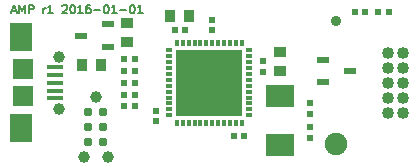
<source format=gts>
G04 #@! TF.FileFunction,Soldermask,Top*
%FSLAX46Y46*%
G04 Gerber Fmt 4.6, Leading zero omitted, Abs format (unit mm)*
G04 Created by KiCad (PCBNEW 0.201512311516+6410~40~ubuntu14.04.1-stable) date Sat 02 Jan 2016 08:24:33 GMT*
%MOMM*%
G01*
G04 APERTURE LIST*
%ADD10C,0.100000*%
%ADD11C,0.150000*%
%ADD12R,0.950000X1.000000*%
%ADD13R,0.550000X0.300000*%
%ADD14R,0.300000X0.550000*%
%ADD15R,5.602000X5.602000*%
%ADD16R,1.000000X0.950000*%
%ADD17R,0.620000X0.620000*%
%ADD18R,1.000000X0.600000*%
%ADD19R,1.350000X0.400000*%
%ADD20C,1.000000*%
%ADD21R,1.800000X1.800000*%
%ADD22R,1.900000X2.440000*%
%ADD23C,0.787000*%
%ADD24C,1.016000*%
%ADD25R,2.400000X1.900000*%
%ADD26C,0.900000*%
%ADD27C,1.900000*%
G04 APERTURE END LIST*
D10*
D11*
X99033333Y-93916667D02*
X99366667Y-93916667D01*
X98966667Y-94116667D02*
X99200000Y-93416667D01*
X99433333Y-94116667D01*
X99666667Y-94116667D02*
X99666667Y-93416667D01*
X99900000Y-93916667D01*
X100133333Y-93416667D01*
X100133333Y-94116667D01*
X100466667Y-94116667D02*
X100466667Y-93416667D01*
X100733333Y-93416667D01*
X100800000Y-93450000D01*
X100833333Y-93483333D01*
X100866667Y-93550000D01*
X100866667Y-93650000D01*
X100833333Y-93716667D01*
X100800000Y-93750000D01*
X100733333Y-93783333D01*
X100466667Y-93783333D01*
X101700000Y-94116667D02*
X101700000Y-93650000D01*
X101700000Y-93783333D02*
X101733333Y-93716667D01*
X101766666Y-93683333D01*
X101833333Y-93650000D01*
X101900000Y-93650000D01*
X102499999Y-94116667D02*
X102099999Y-94116667D01*
X102299999Y-94116667D02*
X102299999Y-93416667D01*
X102233333Y-93516667D01*
X102166666Y-93583333D01*
X102099999Y-93616667D01*
X103299999Y-93483333D02*
X103333333Y-93450000D01*
X103399999Y-93416667D01*
X103566666Y-93416667D01*
X103633333Y-93450000D01*
X103666666Y-93483333D01*
X103699999Y-93550000D01*
X103699999Y-93616667D01*
X103666666Y-93716667D01*
X103266666Y-94116667D01*
X103699999Y-94116667D01*
X104133333Y-93416667D02*
X104200000Y-93416667D01*
X104266666Y-93450000D01*
X104300000Y-93483333D01*
X104333333Y-93550000D01*
X104366666Y-93683333D01*
X104366666Y-93850000D01*
X104333333Y-93983333D01*
X104300000Y-94050000D01*
X104266666Y-94083333D01*
X104200000Y-94116667D01*
X104133333Y-94116667D01*
X104066666Y-94083333D01*
X104033333Y-94050000D01*
X104000000Y-93983333D01*
X103966666Y-93850000D01*
X103966666Y-93683333D01*
X104000000Y-93550000D01*
X104033333Y-93483333D01*
X104066666Y-93450000D01*
X104133333Y-93416667D01*
X105033333Y-94116667D02*
X104633333Y-94116667D01*
X104833333Y-94116667D02*
X104833333Y-93416667D01*
X104766667Y-93516667D01*
X104700000Y-93583333D01*
X104633333Y-93616667D01*
X105633334Y-93416667D02*
X105500000Y-93416667D01*
X105433334Y-93450000D01*
X105400000Y-93483333D01*
X105333334Y-93583333D01*
X105300000Y-93716667D01*
X105300000Y-93983333D01*
X105333334Y-94050000D01*
X105366667Y-94083333D01*
X105433334Y-94116667D01*
X105566667Y-94116667D01*
X105633334Y-94083333D01*
X105666667Y-94050000D01*
X105700000Y-93983333D01*
X105700000Y-93816667D01*
X105666667Y-93750000D01*
X105633334Y-93716667D01*
X105566667Y-93683333D01*
X105433334Y-93683333D01*
X105366667Y-93716667D01*
X105333334Y-93750000D01*
X105300000Y-93816667D01*
X106000001Y-93850000D02*
X106533334Y-93850000D01*
X107000001Y-93416667D02*
X107066668Y-93416667D01*
X107133334Y-93450000D01*
X107166668Y-93483333D01*
X107200001Y-93550000D01*
X107233334Y-93683333D01*
X107233334Y-93850000D01*
X107200001Y-93983333D01*
X107166668Y-94050000D01*
X107133334Y-94083333D01*
X107066668Y-94116667D01*
X107000001Y-94116667D01*
X106933334Y-94083333D01*
X106900001Y-94050000D01*
X106866668Y-93983333D01*
X106833334Y-93850000D01*
X106833334Y-93683333D01*
X106866668Y-93550000D01*
X106900001Y-93483333D01*
X106933334Y-93450000D01*
X107000001Y-93416667D01*
X107900001Y-94116667D02*
X107500001Y-94116667D01*
X107700001Y-94116667D02*
X107700001Y-93416667D01*
X107633335Y-93516667D01*
X107566668Y-93583333D01*
X107500001Y-93616667D01*
X108200002Y-93850000D02*
X108733335Y-93850000D01*
X109200002Y-93416667D02*
X109266669Y-93416667D01*
X109333335Y-93450000D01*
X109366669Y-93483333D01*
X109400002Y-93550000D01*
X109433335Y-93683333D01*
X109433335Y-93850000D01*
X109400002Y-93983333D01*
X109366669Y-94050000D01*
X109333335Y-94083333D01*
X109266669Y-94116667D01*
X109200002Y-94116667D01*
X109133335Y-94083333D01*
X109100002Y-94050000D01*
X109066669Y-93983333D01*
X109033335Y-93850000D01*
X109033335Y-93683333D01*
X109066669Y-93550000D01*
X109100002Y-93483333D01*
X109133335Y-93450000D01*
X109200002Y-93416667D01*
X110100002Y-94116667D02*
X109700002Y-94116667D01*
X109900002Y-94116667D02*
X109900002Y-93416667D01*
X109833336Y-93516667D01*
X109766669Y-93583333D01*
X109700002Y-93616667D01*
D12*
X114050000Y-94300000D03*
X112450000Y-94300000D03*
D13*
X119125000Y-102750000D03*
X119125000Y-102250000D03*
X119125000Y-101750000D03*
X119125000Y-101250000D03*
X119125000Y-100750000D03*
X119125000Y-100250000D03*
X119125000Y-99750000D03*
X119125000Y-99250000D03*
X119125000Y-98750000D03*
X119125000Y-98250000D03*
X119125000Y-97750000D03*
X119125000Y-97250000D03*
D14*
X118500000Y-96625000D03*
X118000000Y-96625000D03*
X117500000Y-96625000D03*
X117000000Y-96625000D03*
X116500000Y-96625000D03*
X116000000Y-96625000D03*
X115500000Y-96625000D03*
X115000000Y-96625000D03*
X114500000Y-96625000D03*
X114000000Y-96625000D03*
X113500000Y-96625000D03*
X113000000Y-96625000D03*
D13*
X112375000Y-97250000D03*
X112375000Y-97750000D03*
X112375000Y-98250000D03*
X112375000Y-98750000D03*
X112375000Y-99250000D03*
X112375000Y-99750000D03*
X112375000Y-100250000D03*
X112375000Y-100750000D03*
X112375000Y-101250000D03*
X112375000Y-101750000D03*
X112375000Y-102250000D03*
X112375000Y-102750000D03*
D14*
X113000000Y-103375000D03*
X113500000Y-103375000D03*
X114000000Y-103375000D03*
X114500000Y-103375000D03*
X115000000Y-103375000D03*
X115500000Y-103375000D03*
X116000000Y-103375000D03*
X116500000Y-103375000D03*
X117000000Y-103375000D03*
X117500000Y-103375000D03*
X118000000Y-103375000D03*
X118500000Y-103375000D03*
D15*
X115750000Y-100000000D03*
D16*
X121750000Y-99000000D03*
X121750000Y-97400000D03*
D17*
X113700000Y-95500000D03*
X112800000Y-95500000D03*
X117800000Y-104500000D03*
X118700000Y-104500000D03*
X111250000Y-102350000D03*
X111250000Y-103250000D03*
X120300000Y-99050000D03*
X120300000Y-98150000D03*
X124250000Y-103750000D03*
X124250000Y-104650000D03*
X116000000Y-94650000D03*
X116000000Y-95550000D03*
X124250000Y-102650000D03*
X124250000Y-101750000D03*
D12*
X106550000Y-98500000D03*
X104950000Y-98500000D03*
D18*
X107150000Y-96950000D03*
X107150000Y-95050000D03*
X104850000Y-96000000D03*
D19*
X102675000Y-98700000D03*
X102675000Y-99350000D03*
X102675000Y-100000000D03*
X102675000Y-100650000D03*
X102675000Y-101300000D03*
D20*
X103000000Y-97775000D03*
X103000000Y-102225000D03*
D21*
X100000000Y-98850000D03*
X100000000Y-101150000D03*
D22*
X99820000Y-103840000D03*
X99820000Y-96160000D03*
D23*
X105500000Y-102480000D03*
X106770000Y-102480000D03*
X105500000Y-103750000D03*
X106770000Y-103750000D03*
X105500000Y-105020000D03*
X106770000Y-105020000D03*
D20*
X106135000Y-101210000D03*
X105119000Y-106290000D03*
X107151000Y-106290000D03*
D24*
X130865000Y-97460000D03*
X132135000Y-97460000D03*
X130865000Y-98730000D03*
X132135000Y-98730000D03*
X130865000Y-100000000D03*
X132135000Y-100000000D03*
X130865000Y-101270000D03*
X132135000Y-101270000D03*
X130865000Y-102540000D03*
X132135000Y-102540000D03*
D18*
X125350000Y-98050000D03*
X125350000Y-99950000D03*
X127650000Y-99000000D03*
D17*
X109450000Y-99000000D03*
X108550000Y-99000000D03*
X108550000Y-98000000D03*
X109450000Y-98000000D03*
X109450000Y-102000000D03*
X108550000Y-102000000D03*
X109450000Y-100000000D03*
X108550000Y-100000000D03*
X109450000Y-101000000D03*
X108550000Y-101000000D03*
X130050000Y-94000000D03*
X130950000Y-94000000D03*
X128050000Y-94000000D03*
X128950000Y-94000000D03*
D25*
X121750000Y-105250000D03*
X121750000Y-101150000D03*
D16*
X108750000Y-96550000D03*
X108750000Y-94950000D03*
D26*
X126500000Y-94800000D03*
D27*
X126500000Y-105200000D03*
M02*

</source>
